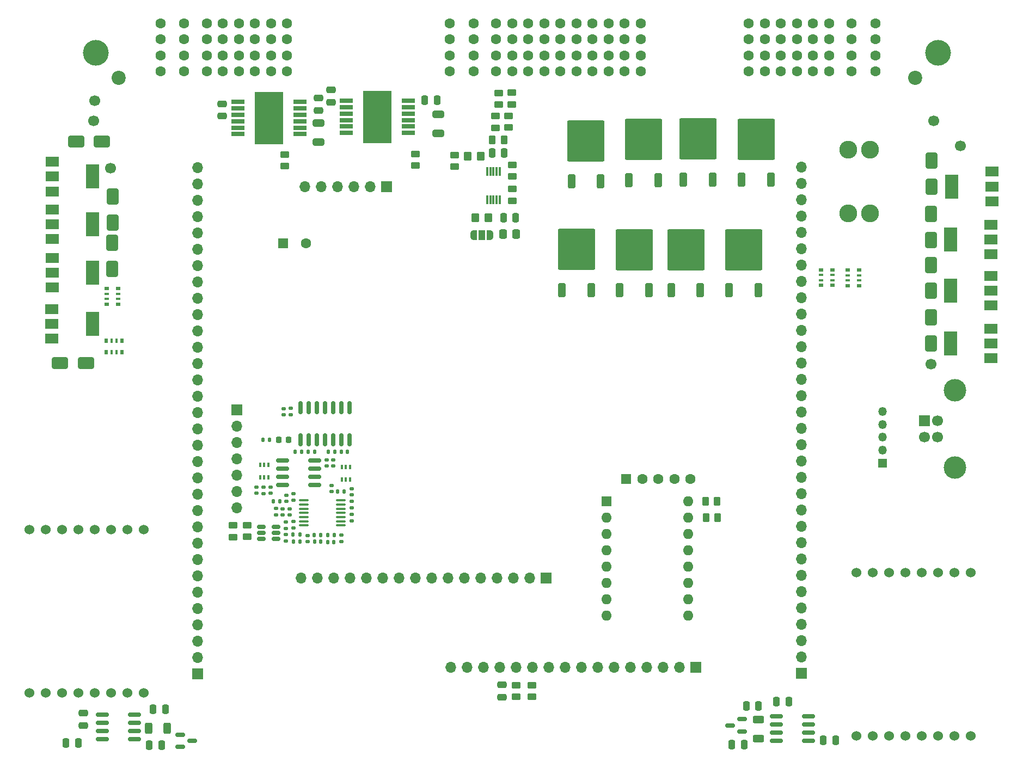
<source format=gbr>
%TF.GenerationSoftware,KiCad,Pcbnew,8.0.5*%
%TF.CreationDate,2025-07-16T23:18:55+01:00*%
%TF.ProjectId,Polygonus-Universal-Base,506f6c79-676f-46e7-9573-2d556e697665,rev?*%
%TF.SameCoordinates,Original*%
%TF.FileFunction,Soldermask,Top*%
%TF.FilePolarity,Negative*%
%FSLAX46Y46*%
G04 Gerber Fmt 4.6, Leading zero omitted, Abs format (unit mm)*
G04 Created by KiCad (PCBNEW 8.0.5) date 2025-07-16 23:18:55*
%MOMM*%
%LPD*%
G01*
G04 APERTURE LIST*
G04 Aperture macros list*
%AMRoundRect*
0 Rectangle with rounded corners*
0 $1 Rounding radius*
0 $2 $3 $4 $5 $6 $7 $8 $9 X,Y pos of 4 corners*
0 Add a 4 corners polygon primitive as box body*
4,1,4,$2,$3,$4,$5,$6,$7,$8,$9,$2,$3,0*
0 Add four circle primitives for the rounded corners*
1,1,$1+$1,$2,$3*
1,1,$1+$1,$4,$5*
1,1,$1+$1,$6,$7*
1,1,$1+$1,$8,$9*
0 Add four rect primitives between the rounded corners*
20,1,$1+$1,$2,$3,$4,$5,0*
20,1,$1+$1,$4,$5,$6,$7,0*
20,1,$1+$1,$6,$7,$8,$9,0*
20,1,$1+$1,$8,$9,$2,$3,0*%
%AMFreePoly0*
4,1,19,0.550000,-0.750000,0.000000,-0.750000,0.000000,-0.744911,-0.071157,-0.744911,-0.207708,-0.704816,-0.327430,-0.627875,-0.420627,-0.520320,-0.479746,-0.390866,-0.500000,-0.250000,-0.500000,0.250000,-0.479746,0.390866,-0.420627,0.520320,-0.327430,0.627875,-0.207708,0.704816,-0.071157,0.744911,0.000000,0.744911,0.000000,0.750000,0.550000,0.750000,0.550000,-0.750000,0.550000,-0.750000,
$1*%
%AMFreePoly1*
4,1,19,0.000000,0.744911,0.071157,0.744911,0.207708,0.704816,0.327430,0.627875,0.420627,0.520320,0.479746,0.390866,0.500000,0.250000,0.500000,-0.250000,0.479746,-0.390866,0.420627,-0.520320,0.327430,-0.627875,0.207708,-0.704816,0.071157,-0.744911,0.000000,-0.744911,0.000000,-0.750000,-0.550000,-0.750000,-0.550000,0.750000,0.000000,0.750000,0.000000,0.744911,0.000000,0.744911,
$1*%
G04 Aperture macros list end*
%ADD10R,1.700000X1.700000*%
%ADD11O,1.700000X1.700000*%
%ADD12C,1.600000*%
%ADD13R,1.600000X1.600000*%
%ADD14RoundRect,0.250000X-0.337500X-0.475000X0.337500X-0.475000X0.337500X0.475000X-0.337500X0.475000X0*%
%ADD15RoundRect,0.250000X-0.650000X1.000000X-0.650000X-1.000000X0.650000X-1.000000X0.650000X1.000000X0*%
%ADD16R,0.500000X0.800000*%
%ADD17R,0.400000X0.800000*%
%ADD18RoundRect,0.250000X0.350000X-0.850000X0.350000X0.850000X-0.350000X0.850000X-0.350000X-0.850000X0*%
%ADD19RoundRect,0.249997X2.650003X-2.950003X2.650003X2.950003X-2.650003X2.950003X-2.650003X-2.950003X0*%
%ADD20R,2.000000X1.500000*%
%ADD21R,2.000000X3.800000*%
%ADD22RoundRect,0.135000X0.185000X-0.135000X0.185000X0.135000X-0.185000X0.135000X-0.185000X-0.135000X0*%
%ADD23RoundRect,0.150000X-0.825000X-0.150000X0.825000X-0.150000X0.825000X0.150000X-0.825000X0.150000X0*%
%ADD24RoundRect,0.150000X0.150000X-0.825000X0.150000X0.825000X-0.150000X0.825000X-0.150000X-0.825000X0*%
%ADD25R,0.800000X0.500000*%
%ADD26R,0.800000X0.400000*%
%ADD27C,1.700000*%
%ADD28RoundRect,0.250000X0.450000X-0.262500X0.450000X0.262500X-0.450000X0.262500X-0.450000X-0.262500X0*%
%ADD29RoundRect,0.140000X-0.170000X0.140000X-0.170000X-0.140000X0.170000X-0.140000X0.170000X0.140000X0*%
%ADD30RoundRect,0.135000X-0.135000X-0.185000X0.135000X-0.185000X0.135000X0.185000X-0.135000X0.185000X0*%
%ADD31RoundRect,0.250000X0.250000X0.475000X-0.250000X0.475000X-0.250000X-0.475000X0.250000X-0.475000X0*%
%ADD32RoundRect,0.218750X-0.218750X-0.256250X0.218750X-0.256250X0.218750X0.256250X-0.218750X0.256250X0*%
%ADD33C,1.524000*%
%ADD34RoundRect,0.250000X-0.250000X-0.475000X0.250000X-0.475000X0.250000X0.475000X-0.250000X0.475000X0*%
%ADD35RoundRect,0.135000X0.135000X0.185000X-0.135000X0.185000X-0.135000X-0.185000X0.135000X-0.185000X0*%
%ADD36RoundRect,0.135000X-0.185000X0.135000X-0.185000X-0.135000X0.185000X-0.135000X0.185000X0.135000X0*%
%ADD37RoundRect,0.250000X-1.000000X-0.650000X1.000000X-0.650000X1.000000X0.650000X-1.000000X0.650000X0*%
%ADD38O,1.600000X1.600000*%
%ADD39R,0.300000X1.400000*%
%ADD40RoundRect,0.250000X-0.262500X-0.450000X0.262500X-0.450000X0.262500X0.450000X-0.262500X0.450000X0*%
%ADD41RoundRect,0.140000X0.170000X-0.140000X0.170000X0.140000X-0.170000X0.140000X-0.170000X-0.140000X0*%
%ADD42R,2.000000X0.650000*%
%ADD43R,4.500000X8.100000*%
%ADD44RoundRect,0.250000X0.262500X0.450000X-0.262500X0.450000X-0.262500X-0.450000X0.262500X-0.450000X0*%
%ADD45RoundRect,0.250000X0.625000X-0.312500X0.625000X0.312500X-0.625000X0.312500X-0.625000X-0.312500X0*%
%ADD46RoundRect,0.250000X-0.350000X-0.450000X0.350000X-0.450000X0.350000X0.450000X-0.350000X0.450000X0*%
%ADD47C,2.780000*%
%ADD48RoundRect,0.150000X-0.512500X-0.150000X0.512500X-0.150000X0.512500X0.150000X-0.512500X0.150000X0*%
%ADD49R,0.400000X0.650000*%
%ADD50RoundRect,0.140000X0.140000X0.170000X-0.140000X0.170000X-0.140000X-0.170000X0.140000X-0.170000X0*%
%ADD51RoundRect,0.250000X-0.312500X-0.625000X0.312500X-0.625000X0.312500X0.625000X-0.312500X0.625000X0*%
%ADD52RoundRect,0.150000X0.587500X0.150000X-0.587500X0.150000X-0.587500X-0.150000X0.587500X-0.150000X0*%
%ADD53RoundRect,0.250000X-0.450000X0.262500X-0.450000X-0.262500X0.450000X-0.262500X0.450000X0.262500X0*%
%ADD54C,4.000000*%
%ADD55C,2.200000*%
%ADD56RoundRect,0.250000X-0.475000X0.250000X-0.475000X-0.250000X0.475000X-0.250000X0.475000X0.250000X0*%
%ADD57RoundRect,0.150000X-0.587500X-0.150000X0.587500X-0.150000X0.587500X0.150000X-0.587500X0.150000X0*%
%ADD58RoundRect,0.250000X0.650000X-0.325000X0.650000X0.325000X-0.650000X0.325000X-0.650000X-0.325000X0*%
%ADD59RoundRect,0.250000X0.475000X-0.250000X0.475000X0.250000X-0.475000X0.250000X-0.475000X-0.250000X0*%
%ADD60C,3.500000*%
%ADD61RoundRect,0.140000X-0.140000X-0.170000X0.140000X-0.170000X0.140000X0.170000X-0.140000X0.170000X0*%
%ADD62RoundRect,0.150000X0.825000X0.150000X-0.825000X0.150000X-0.825000X-0.150000X0.825000X-0.150000X0*%
%ADD63R,1.350000X1.350000*%
%ADD64O,1.350000X1.350000*%
%ADD65RoundRect,0.100000X-0.637500X-0.100000X0.637500X-0.100000X0.637500X0.100000X-0.637500X0.100000X0*%
%ADD66FreePoly0,180.000000*%
%ADD67R,1.000000X1.500000*%
%ADD68FreePoly1,180.000000*%
G04 APERTURE END LIST*
D10*
%TO.C,J2*%
X181672763Y-132012059D03*
D11*
X181672763Y-129472059D03*
X181672763Y-126932059D03*
X181672763Y-124392059D03*
X181672763Y-121852059D03*
X181672763Y-119312059D03*
X181672763Y-116772059D03*
X181672763Y-114232059D03*
X181672763Y-111692059D03*
X181672763Y-109152059D03*
X181672763Y-106612059D03*
X181672763Y-104072059D03*
X181672763Y-101532059D03*
X181672763Y-98992059D03*
X181672763Y-96452059D03*
X181672763Y-93912059D03*
X181672763Y-91372059D03*
X181672763Y-88832059D03*
X181672763Y-86292059D03*
X181672763Y-83752059D03*
X181672763Y-81212059D03*
X181672763Y-78672059D03*
X181672763Y-76132059D03*
X181672763Y-73592059D03*
X181672763Y-71052059D03*
X181672763Y-68512059D03*
X181672763Y-65972059D03*
X181672763Y-63432059D03*
X181672763Y-60892059D03*
X181672763Y-58352059D03*
X181672763Y-55812059D03*
X181672763Y-53272059D03*
D10*
X87760080Y-132017154D03*
D11*
X87760080Y-129477154D03*
X87760080Y-126937154D03*
X87760080Y-124397154D03*
X87760080Y-121857154D03*
X87760080Y-119317154D03*
X87760080Y-116777154D03*
X87760080Y-114237154D03*
X87760080Y-111697154D03*
X87760080Y-109157154D03*
X87760080Y-106617154D03*
X87760080Y-104077154D03*
X87760080Y-101537154D03*
X87760080Y-98997154D03*
X87760080Y-96457154D03*
X87760080Y-93917154D03*
X87760080Y-91377154D03*
X87760080Y-88837154D03*
X87760080Y-86297154D03*
X87760080Y-83757154D03*
X87760080Y-81217154D03*
X87760080Y-78677154D03*
X87760080Y-76137154D03*
X87760080Y-73597154D03*
X87760080Y-71057154D03*
X87760080Y-68517154D03*
X87760080Y-65977154D03*
X87760080Y-63437154D03*
X87760080Y-60897154D03*
X87760080Y-58357154D03*
X87760080Y-55817154D03*
X87760080Y-53277154D03*
D10*
X165230080Y-131026287D03*
D11*
X162690080Y-131026287D03*
X160150080Y-131026287D03*
X157610080Y-131026287D03*
X155070080Y-131026287D03*
X152530080Y-131026287D03*
X149990080Y-131026287D03*
X147450080Y-131026287D03*
X144910080Y-131026287D03*
X142370080Y-131026287D03*
X139830080Y-131026287D03*
X137290080Y-131026287D03*
X134750080Y-131026287D03*
X132210080Y-131026287D03*
X129670080Y-131026287D03*
X127130080Y-131026287D03*
D10*
X141953794Y-117134404D03*
D11*
X139413794Y-117134404D03*
X136873794Y-117134404D03*
X134333794Y-117134404D03*
X131793794Y-117134404D03*
X129253794Y-117134404D03*
X126713794Y-117134404D03*
X124173794Y-117134404D03*
X121633794Y-117134404D03*
X119093794Y-117134404D03*
X116553794Y-117134404D03*
X114013794Y-117134404D03*
X111473794Y-117134404D03*
X108933794Y-117134404D03*
X106393794Y-117134404D03*
X103853794Y-117134404D03*
D12*
X164425871Y-101751522D03*
X161925871Y-101751522D03*
X159425871Y-101751522D03*
X156925871Y-101751522D03*
D13*
X154425871Y-101751522D03*
D10*
X117154579Y-56302538D03*
D11*
X114614579Y-56302538D03*
X112074579Y-56302538D03*
X109534579Y-56302538D03*
X106994579Y-56302538D03*
X104454579Y-56302538D03*
%TD*%
D14*
%TO.C,C25*%
X135262500Y-63640000D03*
X137337500Y-63640000D03*
%TD*%
D15*
%TO.C,D2*%
X201800000Y-76640000D03*
X201800000Y-80640000D03*
%TD*%
D10*
%TO.C,J5*%
X93888235Y-91017793D03*
D11*
X93888235Y-93557793D03*
X93888235Y-96097793D03*
X93888235Y-98637793D03*
X93888235Y-101177793D03*
X93888235Y-103717793D03*
X93888235Y-106257793D03*
%TD*%
D16*
%TO.C,RN3*%
X76000000Y-80240000D03*
D17*
X75200000Y-80240000D03*
X74400000Y-80240000D03*
D16*
X73600000Y-80240000D03*
X73600000Y-82040000D03*
D17*
X74400000Y-82040000D03*
X75200000Y-82040000D03*
D16*
X76000000Y-82040000D03*
%TD*%
D18*
%TO.C,Q2*%
X163337124Y-55140737D03*
D19*
X165617124Y-48840737D03*
D18*
X167897124Y-55140737D03*
%TD*%
D20*
%TO.C,U17*%
X65154476Y-59831561D03*
X65154476Y-62131561D03*
X65154476Y-64431561D03*
D21*
X71454476Y-62131561D03*
%TD*%
D13*
%TO.C,C2*%
X101112052Y-65110107D03*
D12*
X104612052Y-65110107D03*
%TD*%
D22*
%TO.C,R24*%
X102694607Y-105039580D03*
X102694607Y-104019580D03*
%TD*%
D23*
%TO.C,U21*%
X73006624Y-138366545D03*
X73006624Y-139636545D03*
X73006624Y-140906545D03*
X73006624Y-142176545D03*
X77956624Y-142176545D03*
X77956624Y-140906545D03*
X77956624Y-139636545D03*
X77956624Y-138366545D03*
%TD*%
D24*
%TO.C,U5*%
X103772815Y-95640995D03*
X105042815Y-95640995D03*
X106312815Y-95640995D03*
X107582815Y-95640995D03*
X108852815Y-95640995D03*
X110122815Y-95640995D03*
X111392815Y-95640995D03*
X111392815Y-90690995D03*
X110122815Y-90690995D03*
X108852815Y-90690995D03*
X107582815Y-90690995D03*
X106312815Y-90690995D03*
X105042815Y-90690995D03*
X103772815Y-90690995D03*
%TD*%
D25*
%TO.C,RN2*%
X188862544Y-69273813D03*
D26*
X188862544Y-70073813D03*
X188862544Y-70873813D03*
D25*
X188862544Y-71673813D03*
X190662544Y-71673813D03*
D26*
X190662544Y-70873813D03*
X190662544Y-70073813D03*
D25*
X190662544Y-69273813D03*
%TD*%
D27*
%TO.C,P1*%
X71628000Y-46075600D03*
%TD*%
D28*
%TO.C,R35*%
X121703685Y-52996521D03*
X121703685Y-51171521D03*
%TD*%
D29*
%TO.C,C22*%
X111753915Y-103277947D03*
X111753915Y-104237947D03*
%TD*%
D20*
%TO.C,U16*%
X65191189Y-52405741D03*
X65191189Y-54705741D03*
X65191189Y-57005741D03*
D21*
X71491189Y-54705741D03*
%TD*%
D30*
%TO.C,R11*%
X102652406Y-110402584D03*
X103672406Y-110402584D03*
%TD*%
D31*
%TO.C,C36*%
X69212465Y-142838958D03*
X67312465Y-142838958D03*
%TD*%
D32*
%TO.C,D1*%
X100384057Y-95641065D03*
X101959057Y-95641065D03*
%TD*%
D30*
%TO.C,R12*%
X107991506Y-110453400D03*
X109011506Y-110453400D03*
%TD*%
D33*
%TO.C,U1*%
X190269349Y-141724815D03*
X192809349Y-141724815D03*
X195349349Y-141724815D03*
X197889349Y-141724815D03*
X200429349Y-141724815D03*
X202969349Y-141724815D03*
X205509349Y-141724815D03*
X208049349Y-141724815D03*
X190269349Y-116324815D03*
X192809349Y-116324815D03*
X195349349Y-116324815D03*
X197889349Y-116324815D03*
X200429349Y-116324815D03*
X202969349Y-116324815D03*
X205509349Y-116324815D03*
X208049349Y-116324815D03*
%TD*%
D20*
%TO.C,U13*%
X211338488Y-58550546D03*
X211338488Y-56250546D03*
X211338488Y-53950546D03*
D21*
X205038488Y-56250546D03*
%TD*%
D31*
%TO.C,C27*%
X125032661Y-42835627D03*
X123132661Y-42835627D03*
%TD*%
D34*
%TO.C,C32*%
X177805526Y-136340000D03*
X179705526Y-136340000D03*
%TD*%
D20*
%TO.C,U14*%
X211155466Y-66786559D03*
X211155466Y-64486559D03*
X211155466Y-62186559D03*
D21*
X204855466Y-64486559D03*
%TD*%
D31*
%TO.C,C33*%
X82768167Y-137563839D03*
X80868167Y-137563839D03*
%TD*%
D20*
%TO.C,U19*%
X65154476Y-67355819D03*
X65154476Y-69655819D03*
X65154476Y-71955819D03*
D21*
X71454476Y-69655819D03*
%TD*%
D35*
%TO.C,R19*%
X110603170Y-103677567D03*
X109583170Y-103677567D03*
%TD*%
D36*
%TO.C,R23*%
X99963884Y-106309931D03*
X99963884Y-107329931D03*
%TD*%
D37*
%TO.C,D6*%
X68900000Y-49240000D03*
X72900000Y-49240000D03*
%TD*%
D15*
%TO.C,D8*%
X74500000Y-65040000D03*
X74500000Y-69040000D03*
%TD*%
D28*
%TO.C,R28*%
X136156488Y-47086808D03*
X136156488Y-45261808D03*
%TD*%
D31*
%TO.C,C30*%
X175022461Y-137038591D03*
X173122461Y-137038591D03*
%TD*%
D18*
%TO.C,Q7*%
X153420000Y-72380000D03*
D19*
X155700000Y-66080000D03*
D18*
X157980000Y-72380000D03*
%TD*%
D13*
%TO.C,A1*%
X151360000Y-105209750D03*
D38*
X151360000Y-107749750D03*
X151360000Y-110289750D03*
X151360000Y-112829750D03*
X151360000Y-115369750D03*
X151360000Y-117909750D03*
X151360000Y-120449750D03*
X151360000Y-122989750D03*
X164060000Y-122989750D03*
X164060000Y-120449750D03*
X164060000Y-117909750D03*
X164060000Y-115369750D03*
X164060000Y-112829750D03*
X164060000Y-110289750D03*
X164060000Y-107749750D03*
X164060000Y-105209750D03*
%TD*%
D34*
%TO.C,C34*%
X80284731Y-143131829D03*
X82184731Y-143131829D03*
%TD*%
%TO.C,C29*%
X170877796Y-143031045D03*
X172777796Y-143031045D03*
%TD*%
D39*
%TO.C,U10*%
X134811353Y-53880996D03*
X134311353Y-53880996D03*
X133811353Y-53880996D03*
X133311353Y-53880996D03*
X132811353Y-53880996D03*
X132811353Y-58280996D03*
X133311353Y-58280996D03*
X133811353Y-58280996D03*
X134311353Y-58280996D03*
X134811353Y-58280996D03*
%TD*%
D28*
%TO.C,R27*%
X134142220Y-47096793D03*
X134142220Y-45271793D03*
%TD*%
D20*
%TO.C,U11*%
X211155466Y-82984051D03*
X211155466Y-80684051D03*
X211155466Y-78384051D03*
D21*
X204855466Y-80684051D03*
%TD*%
D35*
%TO.C,R15*%
X106958279Y-110441734D03*
X105938279Y-110441734D03*
%TD*%
D40*
%TO.C,R2*%
X166846916Y-107749289D03*
X168671916Y-107749289D03*
%TD*%
D25*
%TO.C,RN4*%
X75458314Y-74539005D03*
D26*
X75458314Y-73739005D03*
X75458314Y-72939005D03*
D25*
X75458314Y-72139005D03*
X73658314Y-72139005D03*
D26*
X73658314Y-72939005D03*
X73658314Y-73739005D03*
D25*
X73658314Y-74539005D03*
%TD*%
D41*
%TO.C,C15*%
X107851547Y-99715769D03*
X107851547Y-98755769D03*
%TD*%
D30*
%TO.C,R22*%
X99550669Y-105224359D03*
X100570669Y-105224359D03*
%TD*%
D42*
%TO.C,U15*%
X120537906Y-47908604D03*
X120537906Y-46908604D03*
X120537906Y-45908604D03*
X120537906Y-44908604D03*
X120537906Y-43908604D03*
X120537906Y-42908604D03*
X110937906Y-42908604D03*
X110937906Y-43908604D03*
X110937906Y-44908604D03*
X110937906Y-45908604D03*
X110937906Y-46908604D03*
X110937906Y-47908604D03*
D43*
X115737906Y-45408604D03*
%TD*%
D44*
%TO.C,R29*%
X135421872Y-48964572D03*
X133596872Y-48964572D03*
%TD*%
D20*
%TO.C,U18*%
X65127619Y-75332820D03*
X65127619Y-77632820D03*
X65127619Y-79932820D03*
D21*
X71427619Y-77632820D03*
%TD*%
D45*
%TO.C,R36*%
X175014418Y-142128630D03*
X175014418Y-139203630D03*
%TD*%
D27*
%TO.C,P3*%
X74269600Y-53441600D03*
%TD*%
D46*
%TO.C,R32*%
X129809704Y-51520545D03*
X131809704Y-51520545D03*
%TD*%
D18*
%TO.C,Q8*%
X144420000Y-72342005D03*
D19*
X146700000Y-66042005D03*
D18*
X148980000Y-72342005D03*
%TD*%
D29*
%TO.C,C18*%
X101158839Y-90784460D03*
X101158839Y-91744460D03*
%TD*%
D47*
%TO.C,F1*%
X192364464Y-50542664D03*
X188964464Y-50542664D03*
X192364464Y-60462664D03*
X188964464Y-60462664D03*
%TD*%
D28*
%TO.C,R5*%
X101340513Y-53094840D03*
X101340513Y-51269840D03*
%TD*%
D48*
%TO.C,U4*%
X97720254Y-109163333D03*
X97720254Y-110113333D03*
X97720254Y-111063333D03*
X99995254Y-111063333D03*
X99995254Y-110113333D03*
X99995254Y-109163333D03*
%TD*%
D49*
%TO.C,U8*%
X97506000Y-101473000D03*
X98156000Y-101473000D03*
X98806000Y-101473000D03*
X98806000Y-99573000D03*
X98156000Y-99573000D03*
X97506000Y-99573000D03*
%TD*%
D50*
%TO.C,C7*%
X108969840Y-111550010D03*
X108009840Y-111550010D03*
%TD*%
D20*
%TO.C,U12*%
X211155466Y-74748038D03*
X211155466Y-72448038D03*
X211155466Y-70148038D03*
D21*
X204855466Y-72448038D03*
%TD*%
D28*
%TO.C,R8*%
X93328736Y-110787347D03*
X93328736Y-108962347D03*
%TD*%
D29*
%TO.C,C20*%
X99154135Y-103003922D03*
X99154135Y-103963922D03*
%TD*%
%TO.C,C16*%
X102278781Y-90761128D03*
X102278781Y-91721128D03*
%TD*%
D28*
%TO.C,R4*%
X137316345Y-135636620D03*
X137316345Y-133811620D03*
%TD*%
D44*
%TO.C,R1*%
X168584105Y-105177683D03*
X166759105Y-105177683D03*
%TD*%
D51*
%TO.C,R37*%
X80155250Y-140550045D03*
X83080250Y-140550045D03*
%TD*%
D29*
%TO.C,C10*%
X96901000Y-103025000D03*
X96901000Y-103985000D03*
%TD*%
D34*
%TO.C,C24*%
X135350000Y-61140000D03*
X137250000Y-61140000D03*
%TD*%
D52*
%TO.C,D10*%
X172464671Y-141014880D03*
X172464671Y-139114880D03*
X170589671Y-140064880D03*
%TD*%
D46*
%TO.C,R33*%
X131000000Y-61140000D03*
X133000000Y-61140000D03*
%TD*%
D27*
%TO.C,P6*%
X206400400Y-49936400D03*
%TD*%
D53*
%TO.C,R30*%
X136700000Y-56627500D03*
X136700000Y-58452500D03*
%TD*%
D23*
%TO.C,U7*%
X101008268Y-98873572D03*
X101008268Y-100143572D03*
X101008268Y-101413572D03*
X101008268Y-102683572D03*
X105958268Y-102683572D03*
X105958268Y-101413572D03*
X105958268Y-100143572D03*
X105958268Y-98873572D03*
%TD*%
D27*
%TO.C,P5*%
X202234800Y-46075600D03*
%TD*%
D22*
%TO.C,R16*%
X98044000Y-104015000D03*
X98044000Y-102995000D03*
%TD*%
D12*
%TO.C,J1*%
X193200000Y-30840000D03*
X193200000Y-33340000D03*
X193200000Y-35840000D03*
X193200000Y-38340000D03*
X189500000Y-30840000D03*
X189500000Y-33340000D03*
X189500000Y-35840000D03*
X189500000Y-38340000D03*
X186000000Y-30840000D03*
X186000000Y-33340000D03*
X186000000Y-35840000D03*
X186000000Y-38340000D03*
X183500000Y-30840000D03*
X183500000Y-33340000D03*
X183500000Y-35840000D03*
X183500000Y-38340000D03*
X181000000Y-30840000D03*
X181000000Y-33340000D03*
X181000000Y-35840000D03*
X181000000Y-38340000D03*
X178500000Y-30840000D03*
X178500000Y-33340000D03*
X178500000Y-35840000D03*
X178500000Y-38340000D03*
X176000000Y-30840000D03*
X176000000Y-33340000D03*
X176000000Y-35840000D03*
X176000000Y-38340000D03*
X173500000Y-30840000D03*
X173500000Y-33340000D03*
X173500000Y-35840000D03*
X173500000Y-38340000D03*
X127000000Y-30840000D03*
X127000000Y-33340000D03*
X127000000Y-35840000D03*
X127000000Y-38340000D03*
X130700000Y-30840000D03*
X130700000Y-33340000D03*
X130700000Y-35840000D03*
X130700000Y-38340000D03*
X134200000Y-30840000D03*
X134200000Y-33340000D03*
X134200000Y-35840000D03*
X134200000Y-38340000D03*
X136700000Y-30840000D03*
X136700000Y-33340000D03*
X136700000Y-35840000D03*
X136700000Y-38340000D03*
X139200000Y-30840000D03*
X139200000Y-33340000D03*
X139200000Y-35840000D03*
X139200000Y-38340000D03*
X141700000Y-30840000D03*
X141700000Y-33340000D03*
X141700000Y-35840000D03*
X141700000Y-38340000D03*
X144200000Y-30840000D03*
X144200000Y-33340000D03*
X144200000Y-35840000D03*
X144200000Y-38340000D03*
X146700000Y-30840000D03*
X146700000Y-33340000D03*
X146700000Y-35840000D03*
X146700000Y-38340000D03*
X149200000Y-30840000D03*
X149200000Y-33340000D03*
X149200000Y-35840000D03*
X149200000Y-38340000D03*
X151700000Y-30840000D03*
X151700000Y-33340000D03*
X151700000Y-35840000D03*
X151700000Y-38340000D03*
X154200000Y-30840000D03*
X154200000Y-33340000D03*
X154200000Y-35840000D03*
X154200000Y-38340000D03*
X156700000Y-30840000D03*
X156700000Y-33340000D03*
X156700000Y-35840000D03*
X156700000Y-38340000D03*
X82000000Y-30840000D03*
X82000000Y-33340000D03*
X82000000Y-35840000D03*
X82000000Y-38340000D03*
X85700000Y-30840000D03*
X85700000Y-33340000D03*
X85700000Y-35840000D03*
X85700000Y-38340000D03*
X89200000Y-30840000D03*
X89200000Y-33340000D03*
X89200000Y-35840000D03*
X89200000Y-38340000D03*
X91700000Y-30840000D03*
X91700000Y-33340000D03*
X91700000Y-35840000D03*
X91700000Y-38340000D03*
X94200000Y-30840000D03*
X94200000Y-33340000D03*
X94200000Y-35840000D03*
X94200000Y-38340000D03*
X96700000Y-30840000D03*
X96700000Y-33340000D03*
X96700000Y-35840000D03*
X96700000Y-38340000D03*
X99200000Y-30840000D03*
X99200000Y-33340000D03*
X99200000Y-35840000D03*
X99200000Y-38340000D03*
X101700000Y-30840000D03*
X101700000Y-33340000D03*
X101700000Y-35840000D03*
X101700000Y-38340000D03*
D54*
X202900000Y-35490000D03*
D55*
X199350000Y-39340000D03*
X75550000Y-39340000D03*
D54*
X72000000Y-35490000D03*
%TD*%
D15*
%TO.C,D3*%
X201800000Y-68440000D03*
X201800000Y-72440000D03*
%TD*%
D56*
%TO.C,C5*%
X91623348Y-43390000D03*
X91623348Y-45290000D03*
%TD*%
D57*
%TO.C,D11*%
X85069372Y-141504002D03*
X85069372Y-143404002D03*
X86944372Y-142454002D03*
%TD*%
D58*
%TO.C,C3*%
X106562042Y-49339600D03*
X106562042Y-46389600D03*
%TD*%
D18*
%TO.C,Q5*%
X170420000Y-72380000D03*
D19*
X172700000Y-66080000D03*
D18*
X174980000Y-72380000D03*
%TD*%
D59*
%TO.C,C35*%
X69993202Y-140080574D03*
X69993202Y-138180574D03*
%TD*%
D50*
%TO.C,C11*%
X103950231Y-97512576D03*
X102990231Y-97512576D03*
%TD*%
D30*
%TO.C,R21*%
X108147741Y-97543685D03*
X109167741Y-97543685D03*
%TD*%
D29*
%TO.C,C13*%
X108584360Y-102738701D03*
X108584360Y-103698701D03*
%TD*%
D10*
%TO.C,J4*%
X200849999Y-92720000D03*
D27*
X200849999Y-95220000D03*
X202849999Y-95220000D03*
X202849999Y-92720000D03*
D60*
X205559999Y-87950000D03*
X205559999Y-99990000D03*
%TD*%
D36*
%TO.C,R18*%
X111786259Y-105229532D03*
X111786259Y-106249532D03*
%TD*%
D61*
%TO.C,C12*%
X110146538Y-97520079D03*
X111106538Y-97520079D03*
%TD*%
D36*
%TO.C,R9*%
X110134755Y-110480039D03*
X110134755Y-111500039D03*
%TD*%
D30*
%TO.C,R6*%
X97915000Y-95631000D03*
X98935000Y-95631000D03*
%TD*%
D62*
%TO.C,U20*%
X182760593Y-142478446D03*
X182760593Y-141208446D03*
X182760593Y-139938446D03*
X182760593Y-138668446D03*
X177810593Y-138668446D03*
X177810593Y-139938446D03*
X177810593Y-141208446D03*
X177810593Y-142478446D03*
%TD*%
D30*
%TO.C,R13*%
X102731362Y-111507528D03*
X103751362Y-111507528D03*
%TD*%
D15*
%TO.C,D4*%
X201800000Y-60540000D03*
X201800000Y-64540000D03*
%TD*%
D18*
%TO.C,Q6*%
X161420000Y-72380000D03*
D19*
X163700000Y-66080000D03*
D18*
X165980000Y-72380000D03*
%TD*%
D37*
%TO.C,D9*%
X66400000Y-83740000D03*
X70400000Y-83740000D03*
%TD*%
D41*
%TO.C,C9*%
X104884343Y-111504719D03*
X104884343Y-110544719D03*
%TD*%
D18*
%TO.C,Q4*%
X145922936Y-55440022D03*
D19*
X148202936Y-49140022D03*
D18*
X150482936Y-55440022D03*
%TD*%
D41*
%TO.C,C14*%
X101591948Y-105251543D03*
X101591948Y-104291543D03*
%TD*%
D28*
%TO.C,R25*%
X134632173Y-43509301D03*
X134632173Y-41684301D03*
%TD*%
D34*
%TO.C,C31*%
X185107368Y-142389712D03*
X187007368Y-142389712D03*
%TD*%
D28*
%TO.C,R3*%
X139749110Y-135636620D03*
X139749110Y-133811620D03*
%TD*%
D15*
%TO.C,D7*%
X74600000Y-57840000D03*
X74600000Y-61840000D03*
%TD*%
D63*
%TO.C,J3*%
X194310000Y-99250000D03*
D64*
X194310000Y-97250000D03*
X194310000Y-95250000D03*
X194310000Y-93250000D03*
X194310000Y-91250000D03*
%TD*%
D59*
%TO.C,C28*%
X108579658Y-43118935D03*
X108579658Y-41218935D03*
%TD*%
D50*
%TO.C,C8*%
X106939945Y-111515012D03*
X105979945Y-111515012D03*
%TD*%
D25*
%TO.C,RN1*%
X186551050Y-71602925D03*
D26*
X186551050Y-70802925D03*
X186551050Y-70002925D03*
D25*
X186551050Y-69202925D03*
X184751050Y-69202925D03*
D26*
X184751050Y-70002925D03*
X184751050Y-70802925D03*
D25*
X184751050Y-71602925D03*
%TD*%
D29*
%TO.C,C19*%
X102094885Y-106391780D03*
X102094885Y-107351780D03*
%TD*%
D18*
%TO.C,Q3*%
X154852819Y-55247290D03*
D19*
X157132819Y-48947290D03*
D18*
X159412819Y-55247290D03*
%TD*%
D27*
%TO.C,P4*%
X201879200Y-83870800D03*
%TD*%
D42*
%TO.C,U3*%
X103677537Y-48096167D03*
X103677537Y-47096167D03*
X103677537Y-46096167D03*
X103677537Y-45096167D03*
X103677537Y-44096167D03*
X103677537Y-43096167D03*
X94077537Y-43096167D03*
X94077537Y-44096167D03*
X94077537Y-45096167D03*
X94077537Y-46096167D03*
X94077537Y-47096167D03*
X94077537Y-48096167D03*
D43*
X98877537Y-45596167D03*
%TD*%
D59*
%TO.C,C1*%
X135157194Y-135666133D03*
X135157194Y-133766133D03*
%TD*%
D65*
%TO.C,U6*%
X104314536Y-105075641D03*
X104314536Y-105725641D03*
X104314536Y-106375641D03*
X104314536Y-107025641D03*
X104314536Y-107675641D03*
X104314536Y-108325641D03*
X104314536Y-108975641D03*
X110039536Y-108975641D03*
X110039536Y-108325641D03*
X110039536Y-107675641D03*
X110039536Y-107025641D03*
X110039536Y-106375641D03*
X110039536Y-105725641D03*
X110039536Y-105075641D03*
%TD*%
D41*
%TO.C,C17*%
X108862606Y-99723546D03*
X108862606Y-98763546D03*
%TD*%
D15*
%TO.C,D5*%
X201900000Y-52240000D03*
X201900000Y-56240000D03*
%TD*%
D29*
%TO.C,C21*%
X101042347Y-106396965D03*
X101042347Y-107356965D03*
%TD*%
D33*
%TO.C,U2*%
X61611115Y-135011435D03*
X64151115Y-135011435D03*
X66691115Y-135011435D03*
X69231115Y-135011435D03*
X71771115Y-135011435D03*
X74311115Y-135011435D03*
X76851115Y-135011435D03*
X79391115Y-135011435D03*
X61611115Y-109611435D03*
X64151115Y-109611435D03*
X66691115Y-109611435D03*
X69231115Y-109611435D03*
X71771115Y-109611435D03*
X74311115Y-109611435D03*
X76851115Y-109611435D03*
X79391115Y-109611435D03*
%TD*%
D66*
%TO.C,JP1*%
X133300000Y-63782500D03*
D67*
X132000000Y-63782500D03*
D68*
X130700000Y-63782500D03*
%TD*%
D53*
%TO.C,R7*%
X95492320Y-108906871D03*
X95492320Y-110731871D03*
%TD*%
D28*
%TO.C,R26*%
X136615925Y-43481749D03*
X136615925Y-41656749D03*
%TD*%
D34*
%TO.C,C23*%
X133559372Y-51041904D03*
X135459372Y-51041904D03*
%TD*%
D59*
%TO.C,C4*%
X106612595Y-44416468D03*
X106612595Y-42516468D03*
%TD*%
D29*
%TO.C,C6*%
X101531149Y-110419946D03*
X101531149Y-111379946D03*
%TD*%
D53*
%TO.C,R31*%
X136767835Y-52882467D03*
X136767835Y-54707467D03*
%TD*%
D36*
%TO.C,R10*%
X101545284Y-108404638D03*
X101545284Y-109424638D03*
%TD*%
%TO.C,R17*%
X111786259Y-107271094D03*
X111786259Y-108291094D03*
%TD*%
D22*
%TO.C,R14*%
X102660041Y-109388344D03*
X102660041Y-108368344D03*
%TD*%
D58*
%TO.C,C26*%
X125200007Y-47969022D03*
X125200007Y-45019022D03*
%TD*%
D27*
%TO.C,P2*%
X71780400Y-42926000D03*
%TD*%
D35*
%TO.C,R20*%
X105971239Y-97497021D03*
X104951239Y-97497021D03*
%TD*%
D49*
%TO.C,U9*%
X110205506Y-101814105D03*
X110855506Y-101814105D03*
X111505506Y-101814105D03*
X111505506Y-99914105D03*
X110855506Y-99914105D03*
X110205506Y-99914105D03*
%TD*%
D53*
%TO.C,R34*%
X127720250Y-51342152D03*
X127720250Y-53167152D03*
%TD*%
D18*
%TO.C,Q1*%
X172371404Y-55213011D03*
D19*
X174651404Y-48913011D03*
D18*
X176931404Y-55213011D03*
%TD*%
M02*

</source>
